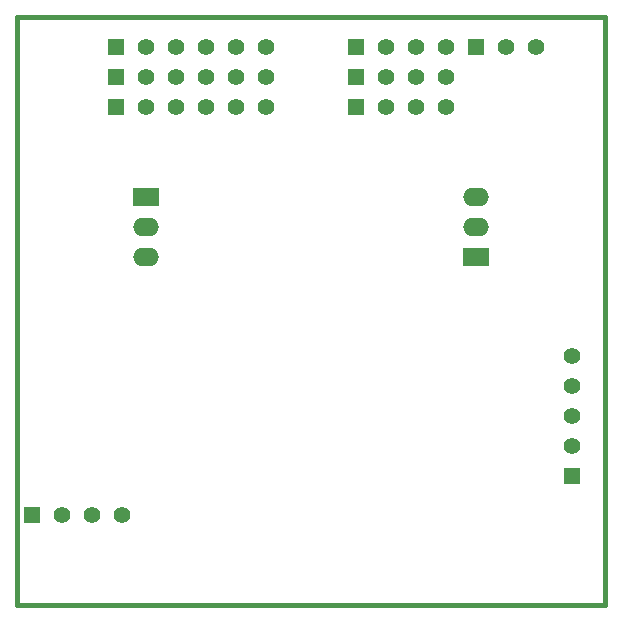
<source format=gbs>
G04 (created by PCBNEW-RS274X (2012-01-19 BZR 3256)-stable) date 3/31/2013 8:51:33 PM*
G01*
G70*
G90*
%MOIN*%
G04 Gerber Fmt 3.4, Leading zero omitted, Abs format*
%FSLAX34Y34*%
G04 APERTURE LIST*
%ADD10C,0.006000*%
%ADD11C,0.015000*%
%ADD12R,0.086600X0.060000*%
%ADD13O,0.086600X0.060000*%
%ADD14R,0.055000X0.055000*%
%ADD15C,0.055000*%
G04 APERTURE END LIST*
G54D10*
G54D11*
X27700Y-48600D02*
X27700Y-29000D01*
X47300Y-48600D02*
X27700Y-48600D01*
X47300Y-29000D02*
X47300Y-48600D01*
X27700Y-29000D02*
X47300Y-29000D01*
G54D12*
X43000Y-37000D03*
G54D13*
X43000Y-36000D03*
X43000Y-35000D03*
G54D12*
X32000Y-35000D03*
G54D13*
X32000Y-36000D03*
X32000Y-37000D03*
G54D14*
X43000Y-30000D03*
G54D15*
X44000Y-30000D03*
X45000Y-30000D03*
G54D14*
X31000Y-31000D03*
G54D15*
X32000Y-31000D03*
X33000Y-31000D03*
X34000Y-31000D03*
X35000Y-31000D03*
X36000Y-31000D03*
G54D14*
X39000Y-31000D03*
G54D15*
X40000Y-31000D03*
X41000Y-31000D03*
X42000Y-31000D03*
G54D14*
X39000Y-30000D03*
G54D15*
X40000Y-30000D03*
X41000Y-30000D03*
X42000Y-30000D03*
G54D14*
X39000Y-32000D03*
G54D15*
X40000Y-32000D03*
X41000Y-32000D03*
X42000Y-32000D03*
G54D14*
X31000Y-32000D03*
G54D15*
X32000Y-32000D03*
X33000Y-32000D03*
X34000Y-32000D03*
X35000Y-32000D03*
X36000Y-32000D03*
G54D14*
X31000Y-30000D03*
G54D15*
X32000Y-30000D03*
X33000Y-30000D03*
X34000Y-30000D03*
X35000Y-30000D03*
X36000Y-30000D03*
G54D14*
X28200Y-45600D03*
G54D15*
X29200Y-45600D03*
X30200Y-45600D03*
X31200Y-45600D03*
G54D14*
X46200Y-44300D03*
G54D15*
X46200Y-43300D03*
X46200Y-42300D03*
X46200Y-41300D03*
X46200Y-40300D03*
M02*

</source>
